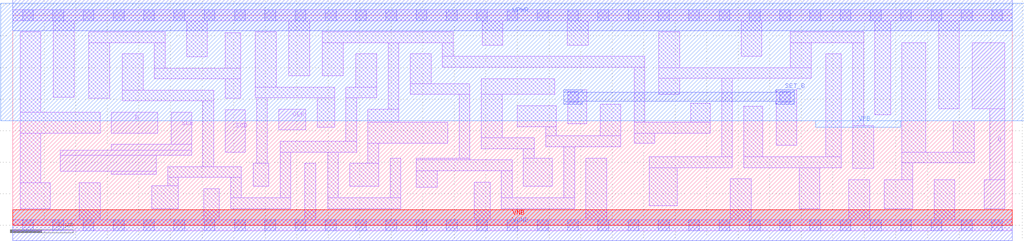
<source format=lef>
# Copyright 2020 The SkyWater PDK Authors
#
# Licensed under the Apache License, Version 2.0 (the "License");
# you may not use this file except in compliance with the License.
# You may obtain a copy of the License at
#
#     https://www.apache.org/licenses/LICENSE-2.0
#
# Unless required by applicable law or agreed to in writing, software
# distributed under the License is distributed on an "AS IS" BASIS,
# WITHOUT WARRANTIES OR CONDITIONS OF ANY KIND, either express or implied.
# See the License for the specific language governing permissions and
# limitations under the License.
#
# SPDX-License-Identifier: Apache-2.0

VERSION 5.7 ;
  NOWIREEXTENSIONATPIN ON ;
  DIVIDERCHAR "/" ;
  BUSBITCHARS "[]" ;
MACRO sky130_fd_sc_lp__sdfstp_lp
  CLASS CORE ;
  FOREIGN sky130_fd_sc_lp__sdfstp_lp ;
  ORIGIN  0.000000  0.000000 ;
  SIZE  15.84000 BY  3.330000 ;
  SYMMETRY X Y R90 ;
  SITE unit ;
  PIN D
    ANTENNAGATEAREA  0.313000 ;
    DIRECTION INPUT ;
    USE SIGNAL ;
    PORT
      LAYER li1 ;
        RECT 1.565000 1.460000 2.300000 1.790000 ;
    END
  END D
  PIN Q
    ANTENNADIFFAREA  0.404700 ;
    DIRECTION OUTPUT ;
    USE SIGNAL ;
    PORT
      LAYER li1 ;
        RECT 15.205000 1.850000 15.725000 2.890000 ;
        RECT 15.395000 0.265000 15.725000 0.725000 ;
        RECT 15.485000 0.725000 15.725000 1.850000 ;
    END
  END Q
  PIN SCD
    ANTENNAGATEAREA  0.313000 ;
    DIRECTION INPUT ;
    USE SIGNAL ;
    PORT
      LAYER li1 ;
        RECT 3.365000 1.160000 3.685000 1.830000 ;
    END
  END SCD
  PIN SCE
    ANTENNAGATEAREA  0.689000 ;
    DIRECTION INPUT ;
    USE SIGNAL ;
    PORT
      LAYER li1 ;
        RECT 0.750000 0.855000 2.275000 1.110000 ;
        RECT 0.750000 1.110000 2.835000 1.185000 ;
        RECT 1.565000 0.810000 2.275000 0.855000 ;
        RECT 1.565000 1.185000 2.835000 1.280000 ;
        RECT 2.510000 1.280000 2.835000 1.790000 ;
    END
  END SCE
  PIN SET_B
    ANTENNAGATEAREA  0.626000 ;
    DIRECTION INPUT ;
    USE SIGNAL ;
    PORT
      LAYER met1 ;
        RECT  8.735000 1.920000  9.025000 1.965000 ;
        RECT  8.735000 1.965000 12.385000 2.105000 ;
        RECT  8.735000 2.105000  9.025000 2.150000 ;
        RECT 12.095000 1.920000 12.385000 1.965000 ;
        RECT 12.095000 2.105000 12.385000 2.150000 ;
    END
  END SET_B
  PIN CLK
    ANTENNAGATEAREA  0.376000 ;
    DIRECTION INPUT ;
    USE CLOCK ;
    PORT
      LAYER li1 ;
        RECT 4.215000 1.510000 4.645000 1.840000 ;
    END
  END CLK
  PIN VGND
    DIRECTION INOUT ;
    USE GROUND ;
    PORT
      LAYER met1 ;
        RECT 0.000000 -0.245000 15.840000 0.245000 ;
    END
  END VGND
  PIN VNB
    DIRECTION INOUT ;
    USE GROUND ;
    PORT
      LAYER pwell ;
        RECT 0.000000 0.000000 15.840000 0.245000 ;
    END
  END VNB
  PIN VPB
    DIRECTION INOUT ;
    USE POWER ;
    PORT
      LAYER nwell ;
        RECT -0.190000 1.655000 16.030000 3.520000 ;
        RECT 12.725000 1.555000 14.075000 1.655000 ;
    END
  END VPB
  PIN VPWR
    DIRECTION INOUT ;
    USE POWER ;
    PORT
      LAYER met1 ;
        RECT 0.000000 3.085000 15.840000 3.575000 ;
    END
  END VPWR
  OBS
    LAYER li1 ;
      RECT  0.000000 -0.085000 15.840000 0.085000 ;
      RECT  0.000000  3.245000 15.840000 3.415000 ;
      RECT  0.115000  0.265000  0.595000 0.675000 ;
      RECT  0.115000  0.675000  0.445000 1.460000 ;
      RECT  0.115000  1.460000  1.385000 1.790000 ;
      RECT  0.115000  1.790000  0.445000 3.065000 ;
      RECT  0.645000  2.025000  0.975000 3.245000 ;
      RECT  1.055000  0.085000  1.385000 0.675000 ;
      RECT  1.205000  2.010000  1.535000 2.895000 ;
      RECT  1.205000  2.895000  2.415000 3.065000 ;
      RECT  1.735000  1.970000  3.185000 2.140000 ;
      RECT  1.735000  2.140000  2.065000 2.715000 ;
      RECT  2.205000  0.265000  2.625000 0.630000 ;
      RECT  2.245000  2.320000  3.615000 2.490000 ;
      RECT  2.245000  2.490000  2.415000 2.895000 ;
      RECT  2.455000  0.630000  2.625000 0.760000 ;
      RECT  2.455000  0.760000  3.625000 0.930000 ;
      RECT  2.755000  2.670000  3.085000 3.245000 ;
      RECT  3.015000  0.930000  3.185000 1.970000 ;
      RECT  3.025000  0.085000  3.275000 0.580000 ;
      RECT  3.365000  2.010000  3.615000 2.320000 ;
      RECT  3.365000  2.490000  3.615000 3.050000 ;
      RECT  3.455000  0.265000  4.410000 0.435000 ;
      RECT  3.455000  0.435000  3.625000 0.760000 ;
      RECT  3.810000  0.615000  4.060000 0.980000 ;
      RECT  3.845000  2.020000  5.100000 2.190000 ;
      RECT  3.845000  2.190000  4.175000 3.065000 ;
      RECT  3.865000  0.980000  4.035000 2.020000 ;
      RECT  4.240000  0.435000  4.410000 1.160000 ;
      RECT  4.240000  1.160000  5.450000 1.330000 ;
      RECT  4.375000  2.370000  4.705000 3.245000 ;
      RECT  4.630000  0.085000  4.800000 0.980000 ;
      RECT  4.825000  1.555000  5.100000 2.020000 ;
      RECT  4.905000  2.370000  5.235000 2.895000 ;
      RECT  4.905000  2.895000  6.980000 3.065000 ;
      RECT  4.990000  0.265000  6.150000 0.435000 ;
      RECT  4.990000  0.435000  5.160000 1.160000 ;
      RECT  5.280000  1.330000  5.450000 2.020000 ;
      RECT  5.280000  2.020000  5.770000 2.190000 ;
      RECT  5.340000  0.615000  5.800000 0.980000 ;
      RECT  5.440000  2.190000  5.770000 2.715000 ;
      RECT  5.630000  0.980000  5.800000 1.300000 ;
      RECT  5.630000  1.300000  6.895000 1.630000 ;
      RECT  5.630000  1.630000  6.120000 1.840000 ;
      RECT  5.950000  1.840000  6.120000 2.895000 ;
      RECT  5.980000  0.435000  6.150000 1.065000 ;
      RECT  6.300000  2.075000  7.245000 2.245000 ;
      RECT  6.300000  2.245000  6.630000 2.715000 ;
      RECT  6.395000  0.605000  6.725000 0.865000 ;
      RECT  6.395000  0.865000  7.915000 1.035000 ;
      RECT  6.395000  1.035000  7.245000 1.065000 ;
      RECT  6.810000  2.505000 10.020000 2.675000 ;
      RECT  6.810000  2.675000  6.980000 2.895000 ;
      RECT  7.075000  1.065000  7.245000 2.075000 ;
      RECT  7.315000  0.085000  7.565000 0.685000 ;
      RECT  7.425000  1.215000  8.265000 1.385000 ;
      RECT  7.425000  1.385000  7.755000 2.075000 ;
      RECT  7.425000  2.075000  8.590000 2.325000 ;
      RECT  7.440000  2.855000  7.770000 3.245000 ;
      RECT  7.745000  0.265000  8.905000 0.435000 ;
      RECT  7.745000  0.435000  7.915000 0.865000 ;
      RECT  7.995000  1.565000  8.615000 1.895000 ;
      RECT  8.095000  0.615000  8.555000 1.065000 ;
      RECT  8.095000  1.065000  8.265000 1.215000 ;
      RECT  8.445000  1.245000  9.640000 1.415000 ;
      RECT  8.445000  1.415000  8.615000 1.565000 ;
      RECT  8.735000  0.435000  8.905000 1.245000 ;
      RECT  8.790000  2.855000  9.120000 3.245000 ;
      RECT  8.795000  1.605000  9.100000 2.150000 ;
      RECT  9.085000  0.085000  9.415000 1.065000 ;
      RECT  9.310000  1.415000  9.640000 1.915000 ;
      RECT  9.850000  1.300000 10.180000 1.460000 ;
      RECT  9.850000  1.460000 11.055000 1.630000 ;
      RECT  9.850000  1.630000 10.020000 2.505000 ;
      RECT 10.085000  0.310000 10.530000 0.915000 ;
      RECT 10.085000  0.915000 11.405000 1.085000 ;
      RECT 10.240000  2.075000 10.570000 2.330000 ;
      RECT 10.240000  2.330000 12.655000 2.500000 ;
      RECT 10.240000  2.500000 10.570000 3.065000 ;
      RECT 10.750000  1.630000 11.055000 1.935000 ;
      RECT 11.235000  1.085000 11.405000 2.330000 ;
      RECT 11.375000  0.085000 11.705000 0.735000 ;
      RECT 11.545000  2.680000 11.875000 3.245000 ;
      RECT 11.585000  0.915000 13.135000 1.085000 ;
      RECT 11.585000  1.085000 11.890000 1.885000 ;
      RECT 12.100000  1.265000 12.430000 2.150000 ;
      RECT 12.325000  2.500000 12.655000 2.895000 ;
      RECT 12.325000  2.895000 13.485000 3.065000 ;
      RECT 12.465000  0.265000 12.795000 0.915000 ;
      RECT 12.885000  1.085000 13.135000 2.715000 ;
      RECT 13.255000  0.085000 13.585000 0.725000 ;
      RECT 13.315000  0.905000 13.645000 1.575000 ;
      RECT 13.315000  1.575000 13.485000 2.895000 ;
      RECT 13.665000  1.755000 13.915000 3.245000 ;
      RECT 13.815000  0.265000 14.265000 0.725000 ;
      RECT 14.095000  0.725000 14.265000 0.990000 ;
      RECT 14.095000  0.990000 15.240000 1.160000 ;
      RECT 14.095000  1.160000 14.475000 2.890000 ;
      RECT 14.605000  0.085000 14.935000 0.725000 ;
      RECT 14.675000  1.850000 15.005000 3.245000 ;
      RECT 14.910000  1.160000 15.240000 1.660000 ;
    LAYER mcon ;
      RECT  0.155000 -0.085000  0.325000 0.085000 ;
      RECT  0.155000  3.245000  0.325000 3.415000 ;
      RECT  0.635000 -0.085000  0.805000 0.085000 ;
      RECT  0.635000  3.245000  0.805000 3.415000 ;
      RECT  1.115000 -0.085000  1.285000 0.085000 ;
      RECT  1.115000  3.245000  1.285000 3.415000 ;
      RECT  1.595000 -0.085000  1.765000 0.085000 ;
      RECT  1.595000  3.245000  1.765000 3.415000 ;
      RECT  2.075000 -0.085000  2.245000 0.085000 ;
      RECT  2.075000  3.245000  2.245000 3.415000 ;
      RECT  2.555000 -0.085000  2.725000 0.085000 ;
      RECT  2.555000  3.245000  2.725000 3.415000 ;
      RECT  3.035000 -0.085000  3.205000 0.085000 ;
      RECT  3.035000  3.245000  3.205000 3.415000 ;
      RECT  3.515000 -0.085000  3.685000 0.085000 ;
      RECT  3.515000  3.245000  3.685000 3.415000 ;
      RECT  3.995000 -0.085000  4.165000 0.085000 ;
      RECT  3.995000  3.245000  4.165000 3.415000 ;
      RECT  4.475000 -0.085000  4.645000 0.085000 ;
      RECT  4.475000  3.245000  4.645000 3.415000 ;
      RECT  4.955000 -0.085000  5.125000 0.085000 ;
      RECT  4.955000  3.245000  5.125000 3.415000 ;
      RECT  5.435000 -0.085000  5.605000 0.085000 ;
      RECT  5.435000  3.245000  5.605000 3.415000 ;
      RECT  5.915000 -0.085000  6.085000 0.085000 ;
      RECT  5.915000  3.245000  6.085000 3.415000 ;
      RECT  6.395000 -0.085000  6.565000 0.085000 ;
      RECT  6.395000  3.245000  6.565000 3.415000 ;
      RECT  6.875000 -0.085000  7.045000 0.085000 ;
      RECT  6.875000  3.245000  7.045000 3.415000 ;
      RECT  7.355000 -0.085000  7.525000 0.085000 ;
      RECT  7.355000  3.245000  7.525000 3.415000 ;
      RECT  7.835000 -0.085000  8.005000 0.085000 ;
      RECT  7.835000  3.245000  8.005000 3.415000 ;
      RECT  8.315000 -0.085000  8.485000 0.085000 ;
      RECT  8.315000  3.245000  8.485000 3.415000 ;
      RECT  8.795000 -0.085000  8.965000 0.085000 ;
      RECT  8.795000  1.950000  8.965000 2.120000 ;
      RECT  8.795000  3.245000  8.965000 3.415000 ;
      RECT  9.275000 -0.085000  9.445000 0.085000 ;
      RECT  9.275000  3.245000  9.445000 3.415000 ;
      RECT  9.755000 -0.085000  9.925000 0.085000 ;
      RECT  9.755000  3.245000  9.925000 3.415000 ;
      RECT 10.235000 -0.085000 10.405000 0.085000 ;
      RECT 10.235000  3.245000 10.405000 3.415000 ;
      RECT 10.715000 -0.085000 10.885000 0.085000 ;
      RECT 10.715000  3.245000 10.885000 3.415000 ;
      RECT 11.195000 -0.085000 11.365000 0.085000 ;
      RECT 11.195000  3.245000 11.365000 3.415000 ;
      RECT 11.675000 -0.085000 11.845000 0.085000 ;
      RECT 11.675000  3.245000 11.845000 3.415000 ;
      RECT 12.155000 -0.085000 12.325000 0.085000 ;
      RECT 12.155000  1.950000 12.325000 2.120000 ;
      RECT 12.155000  3.245000 12.325000 3.415000 ;
      RECT 12.635000 -0.085000 12.805000 0.085000 ;
      RECT 12.635000  3.245000 12.805000 3.415000 ;
      RECT 13.115000 -0.085000 13.285000 0.085000 ;
      RECT 13.115000  3.245000 13.285000 3.415000 ;
      RECT 13.595000 -0.085000 13.765000 0.085000 ;
      RECT 13.595000  3.245000 13.765000 3.415000 ;
      RECT 14.075000 -0.085000 14.245000 0.085000 ;
      RECT 14.075000  3.245000 14.245000 3.415000 ;
      RECT 14.555000 -0.085000 14.725000 0.085000 ;
      RECT 14.555000  3.245000 14.725000 3.415000 ;
      RECT 15.035000 -0.085000 15.205000 0.085000 ;
      RECT 15.035000  3.245000 15.205000 3.415000 ;
      RECT 15.515000 -0.085000 15.685000 0.085000 ;
      RECT 15.515000  3.245000 15.685000 3.415000 ;
  END
END sky130_fd_sc_lp__sdfstp_lp
END LIBRARY

</source>
